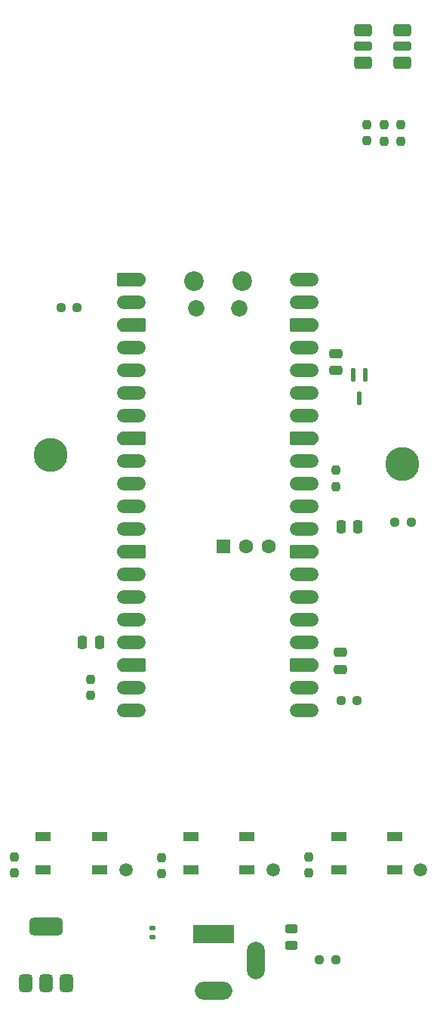
<source format=gbr>
%TF.GenerationSoftware,KiCad,Pcbnew,9.0.3*%
%TF.CreationDate,2025-07-21T12:15:01+10:00*%
%TF.ProjectId,light_control_sched,6c696768-745f-4636-9f6e-74726f6c5f73,rev?*%
%TF.SameCoordinates,Original*%
%TF.FileFunction,Soldermask,Top*%
%TF.FilePolarity,Negative*%
%FSLAX46Y46*%
G04 Gerber Fmt 4.6, Leading zero omitted, Abs format (unit mm)*
G04 Created by KiCad (PCBNEW 9.0.3) date 2025-07-21 12:15:01*
%MOMM*%
%LPD*%
G01*
G04 APERTURE LIST*
G04 Aperture macros list*
%AMRoundRect*
0 Rectangle with rounded corners*
0 $1 Rounding radius*
0 $2 $3 $4 $5 $6 $7 $8 $9 X,Y pos of 4 corners*
0 Add a 4 corners polygon primitive as box body*
4,1,4,$2,$3,$4,$5,$6,$7,$8,$9,$2,$3,0*
0 Add four circle primitives for the rounded corners*
1,1,$1+$1,$2,$3*
1,1,$1+$1,$4,$5*
1,1,$1+$1,$6,$7*
1,1,$1+$1,$8,$9*
0 Add four rect primitives between the rounded corners*
20,1,$1+$1,$2,$3,$4,$5,0*
20,1,$1+$1,$4,$5,$6,$7,0*
20,1,$1+$1,$6,$7,$8,$9,0*
20,1,$1+$1,$8,$9,$2,$3,0*%
%AMFreePoly0*
4,1,37,0.800000,0.796148,0.878414,0.796148,1.032228,0.765552,1.177117,0.705537,1.307515,0.618408,1.418408,0.507515,1.505537,0.377117,1.565552,0.232228,1.596148,0.078414,1.596148,-0.078414,1.565552,-0.232228,1.505537,-0.377117,1.418408,-0.507515,1.307515,-0.618408,1.177117,-0.705537,1.032228,-0.765552,0.878414,-0.796148,0.800000,-0.796148,0.800000,-0.800000,-1.400000,-0.800000,
-1.403843,-0.796157,-1.439018,-0.796157,-1.511114,-0.766294,-1.566294,-0.711114,-1.596157,-0.639018,-1.596157,-0.603843,-1.600000,-0.600000,-1.600000,0.600000,-1.596157,0.603843,-1.596157,0.639018,-1.566294,0.711114,-1.511114,0.766294,-1.439018,0.796157,-1.403843,0.796157,-1.400000,0.800000,0.800000,0.800000,0.800000,0.796148,0.800000,0.796148,$1*%
%AMFreePoly1*
4,1,37,1.403843,0.796157,1.439018,0.796157,1.511114,0.766294,1.566294,0.711114,1.596157,0.639018,1.596157,0.603843,1.600000,0.600000,1.600000,-0.600000,1.596157,-0.603843,1.596157,-0.639018,1.566294,-0.711114,1.511114,-0.766294,1.439018,-0.796157,1.403843,-0.796157,1.400000,-0.800000,-0.800000,-0.800000,-0.800000,-0.796148,-0.878414,-0.796148,-1.032228,-0.765552,-1.177117,-0.705537,
-1.307515,-0.618408,-1.418408,-0.507515,-1.505537,-0.377117,-1.565552,-0.232228,-1.596148,-0.078414,-1.596148,0.078414,-1.565552,0.232228,-1.505537,0.377117,-1.418408,0.507515,-1.307515,0.618408,-1.177117,0.705537,-1.032228,0.765552,-0.878414,0.796148,-0.800000,0.796148,-0.800000,0.800000,1.400000,0.800000,1.403843,0.796157,1.403843,0.796157,$1*%
G04 Aperture macros list end*
%ADD10RoundRect,0.237500X-0.237500X0.250000X-0.237500X-0.250000X0.237500X-0.250000X0.237500X0.250000X0*%
%ADD11RoundRect,0.237500X0.250000X0.237500X-0.250000X0.237500X-0.250000X-0.237500X0.250000X-0.237500X0*%
%ADD12C,1.500000*%
%ADD13RoundRect,0.147500X0.172500X-0.147500X0.172500X0.147500X-0.172500X0.147500X-0.172500X-0.147500X0*%
%ADD14RoundRect,0.375000X0.375000X-0.625000X0.375000X0.625000X-0.375000X0.625000X-0.375000X-0.625000X0*%
%ADD15RoundRect,0.500000X1.400000X-0.500000X1.400000X0.500000X-1.400000X0.500000X-1.400000X-0.500000X0*%
%ADD16R,1.700000X1.000000*%
%ADD17C,3.800000*%
%ADD18RoundRect,0.250000X-0.475000X0.250000X-0.475000X-0.250000X0.475000X-0.250000X0.475000X0.250000X0*%
%ADD19C,2.200000*%
%ADD20C,1.850000*%
%ADD21FreePoly0,0.000000*%
%ADD22RoundRect,0.800000X-0.800000X-0.000010X0.800000X-0.000010X0.800000X0.000010X-0.800000X0.000010X0*%
%ADD23FreePoly1,0.000000*%
%ADD24RoundRect,0.200000X-0.600000X-0.600000X0.600000X-0.600000X0.600000X0.600000X-0.600000X0.600000X0*%
%ADD25C,1.600000*%
%ADD26RoundRect,0.243750X-0.456250X0.243750X-0.456250X-0.243750X0.456250X-0.243750X0.456250X0.243750X0*%
%ADD27RoundRect,0.237500X-0.250000X-0.237500X0.250000X-0.237500X0.250000X0.237500X-0.250000X0.237500X0*%
%ADD28RoundRect,0.237500X0.237500X-0.250000X0.237500X0.250000X-0.237500X0.250000X-0.237500X-0.250000X0*%
%ADD29RoundRect,0.350000X-0.650000X-0.350000X0.650000X-0.350000X0.650000X0.350000X-0.650000X0.350000X0*%
%ADD30RoundRect,0.250000X-0.750000X-0.250000X0.750000X-0.250000X0.750000X0.250000X-0.750000X0.250000X0*%
%ADD31R,4.600000X2.000000*%
%ADD32O,4.200000X2.000000*%
%ADD33O,2.000000X4.200000*%
%ADD34RoundRect,0.112500X0.112500X0.637500X-0.112500X0.637500X-0.112500X-0.637500X0.112500X-0.637500X0*%
%ADD35RoundRect,0.250000X-0.250000X-0.475000X0.250000X-0.475000X0.250000X0.475000X-0.250000X0.475000X0*%
G04 APERTURE END LIST*
D10*
%TO.C,R5*%
X158500000Y-84175000D03*
X158500000Y-86000000D03*
%TD*%
D11*
%TO.C,R7*%
X158500000Y-139000000D03*
X156675000Y-139000000D03*
%TD*%
%TO.C,R1*%
X129500000Y-66000000D03*
X127675000Y-66000000D03*
%TD*%
D12*
%TO.C,TP3*%
X135000000Y-129000000D03*
%TD*%
D13*
%TO.C,F1*%
X137985000Y-136485000D03*
X137985000Y-135515000D03*
%TD*%
D10*
%TO.C,R8*%
X163912500Y-45483391D03*
X163912500Y-47308391D03*
%TD*%
D14*
%TO.C,U1*%
X128300000Y-141650000D03*
D15*
X126000000Y-135350000D03*
D14*
X126000000Y-141650000D03*
X123700000Y-141650000D03*
%TD*%
D16*
%TO.C,SW3*%
X165150000Y-129000000D03*
X158850000Y-129000000D03*
X165150000Y-125200000D03*
X158850000Y-125200000D03*
%TD*%
D12*
%TO.C,TP2*%
X151500000Y-129000000D03*
%TD*%
D17*
%TO.C,H1*%
X166000000Y-83500000D03*
%TD*%
D18*
%TO.C,C1*%
X159000000Y-104600000D03*
X159000000Y-106500000D03*
%TD*%
%TO.C,C4*%
X158500000Y-71100000D03*
X158500000Y-73000000D03*
%TD*%
D10*
%TO.C,R4*%
X122500000Y-129325000D03*
X122500000Y-127500000D03*
%TD*%
D19*
%TO.C,A1*%
X142585000Y-62990000D03*
D20*
X142885000Y-66020000D03*
X147735000Y-66020000D03*
D19*
X148035000Y-62990000D03*
D21*
X135620000Y-62860000D03*
D22*
X135620000Y-65400000D03*
D23*
X135620000Y-67940000D03*
D22*
X135620000Y-70480000D03*
X135620000Y-73020000D03*
X135620000Y-75560000D03*
X135620000Y-78100000D03*
D23*
X135620000Y-80640000D03*
D22*
X135620000Y-83180000D03*
X135620000Y-85720000D03*
X135620000Y-88260000D03*
X135620000Y-90800000D03*
D23*
X135620000Y-93340000D03*
D22*
X135620000Y-95880000D03*
X135620000Y-98420000D03*
X135620000Y-100960000D03*
X135620000Y-103500000D03*
D23*
X135620000Y-106040000D03*
D22*
X135620000Y-108580000D03*
X135620000Y-111120000D03*
X155000000Y-111120000D03*
X155000000Y-108580000D03*
D21*
X155000000Y-106040000D03*
D22*
X155000000Y-103500000D03*
X155000000Y-100960000D03*
X155000000Y-98420000D03*
X155000000Y-95880000D03*
D21*
X155000000Y-93340000D03*
D22*
X155000000Y-90800000D03*
X155000000Y-88260000D03*
X155000000Y-85720000D03*
X155000000Y-83180000D03*
D21*
X155000000Y-80640000D03*
D22*
X155000000Y-78100000D03*
X155000000Y-75560000D03*
X155000000Y-73020000D03*
X155000000Y-70480000D03*
D21*
X155000000Y-67940000D03*
D22*
X155000000Y-65400000D03*
X155000000Y-62860000D03*
D24*
X145894100Y-92690000D03*
D25*
X148434100Y-92690000D03*
X150974100Y-92690000D03*
%TD*%
D26*
%TO.C,D2*%
X153500000Y-135562500D03*
X153500000Y-137437500D03*
%TD*%
D10*
%TO.C,R6*%
X161997723Y-45472930D03*
X161997723Y-47297930D03*
%TD*%
D27*
%TO.C,R10*%
X165175000Y-90000000D03*
X167000000Y-90000000D03*
%TD*%
D12*
%TO.C,TP1*%
X168000000Y-129000000D03*
%TD*%
D28*
%TO.C,R2*%
X139000000Y-129412500D03*
X139000000Y-127587500D03*
%TD*%
D29*
%TO.C,D3*%
X161600000Y-34900000D03*
D30*
X161600000Y-36700000D03*
D29*
X161600000Y-38500000D03*
X166000000Y-38500000D03*
D30*
X166000000Y-36700000D03*
D29*
X166000000Y-34900000D03*
%TD*%
D27*
%TO.C,R11*%
X159087500Y-110000000D03*
X160912500Y-110000000D03*
%TD*%
D16*
%TO.C,SW2*%
X142275000Y-125200000D03*
X148575000Y-125200000D03*
X142275000Y-129000000D03*
X148575000Y-129000000D03*
%TD*%
D10*
%TO.C,R3*%
X155500000Y-127500000D03*
X155500000Y-129325000D03*
%TD*%
D31*
%TO.C,J1*%
X144775000Y-136200000D03*
D32*
X144775000Y-142500000D03*
D33*
X149575000Y-139100000D03*
%TD*%
D16*
%TO.C,SW1*%
X132000000Y-129000000D03*
X125700000Y-129000000D03*
X132000000Y-125200000D03*
X125700000Y-125200000D03*
%TD*%
D17*
%TO.C,H2*%
X126500000Y-82500000D03*
%TD*%
D28*
%TO.C,R12*%
X131000000Y-109412500D03*
X131000000Y-107587500D03*
%TD*%
D34*
%TO.C,Q1*%
X161800000Y-73500000D03*
X160500000Y-73500000D03*
X161150000Y-76160000D03*
%TD*%
D10*
%TO.C,R9*%
X165840632Y-45500000D03*
X165840632Y-47325000D03*
%TD*%
D35*
%TO.C,C3*%
X130100000Y-103500000D03*
X132000000Y-103500000D03*
%TD*%
%TO.C,C2*%
X159100000Y-90500000D03*
X161000000Y-90500000D03*
%TD*%
M02*

</source>
